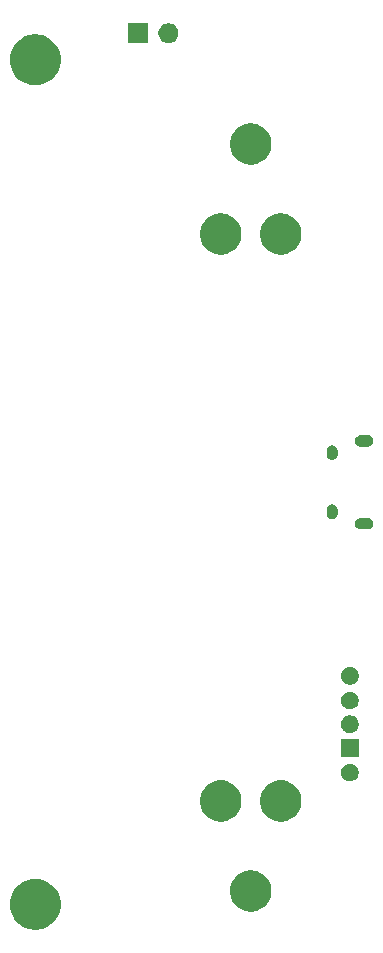
<source format=gbr>
%TF.GenerationSoftware,KiCad,Pcbnew,5.1.6*%
%TF.CreationDate,2020-05-18T18:09:20+02:00*%
%TF.ProjectId,solder-snorter,736f6c64-6572-42d7-936e-6f727465722e,rev?*%
%TF.SameCoordinates,Original*%
%TF.FileFunction,Soldermask,Bot*%
%TF.FilePolarity,Negative*%
%FSLAX46Y46*%
G04 Gerber Fmt 4.6, Leading zero omitted, Abs format (unit mm)*
G04 Created by KiCad (PCBNEW 5.1.6) date 2020-05-18 18:09:20*
%MOMM*%
%LPD*%
G01*
G04 APERTURE LIST*
%ADD10C,0.100000*%
G04 APERTURE END LIST*
D10*
G36*
X137600215Y-149127541D02*
G01*
X137877132Y-149182623D01*
X138268407Y-149344695D01*
X138620545Y-149579986D01*
X138920014Y-149879455D01*
X139155305Y-150231593D01*
X139317377Y-150622868D01*
X139400000Y-151038243D01*
X139400000Y-151461757D01*
X139317377Y-151877132D01*
X139155305Y-152268407D01*
X138920014Y-152620545D01*
X138620545Y-152920014D01*
X138268407Y-153155305D01*
X137877132Y-153317377D01*
X137600215Y-153372459D01*
X137461758Y-153400000D01*
X137038242Y-153400000D01*
X136899785Y-153372459D01*
X136622868Y-153317377D01*
X136231593Y-153155305D01*
X135879455Y-152920014D01*
X135579986Y-152620545D01*
X135344695Y-152268407D01*
X135182623Y-151877132D01*
X135100000Y-151461757D01*
X135100000Y-151038243D01*
X135182623Y-150622868D01*
X135344695Y-150231593D01*
X135579986Y-149879455D01*
X135879455Y-149579986D01*
X136231593Y-149344695D01*
X136622868Y-149182623D01*
X136899785Y-149127541D01*
X137038242Y-149100000D01*
X137461758Y-149100000D01*
X137600215Y-149127541D01*
G37*
G36*
X155785059Y-148392417D02*
G01*
X156010456Y-148437251D01*
X156328936Y-148569170D01*
X156615560Y-148760686D01*
X156859314Y-149004440D01*
X157050830Y-149291064D01*
X157182749Y-149609544D01*
X157182749Y-149609546D01*
X157236438Y-149879456D01*
X157250000Y-149947640D01*
X157250000Y-150292360D01*
X157182749Y-150630456D01*
X157050830Y-150948936D01*
X156859314Y-151235560D01*
X156615560Y-151479314D01*
X156328936Y-151670830D01*
X156010456Y-151802749D01*
X155785059Y-151847583D01*
X155672361Y-151870000D01*
X155327639Y-151870000D01*
X155214941Y-151847583D01*
X154989544Y-151802749D01*
X154671064Y-151670830D01*
X154384440Y-151479314D01*
X154140686Y-151235560D01*
X153949170Y-150948936D01*
X153817251Y-150630456D01*
X153750000Y-150292360D01*
X153750000Y-149947640D01*
X153763563Y-149879456D01*
X153817251Y-149609546D01*
X153817251Y-149609544D01*
X153949170Y-149291064D01*
X154140686Y-149004440D01*
X154384440Y-148760686D01*
X154671064Y-148569170D01*
X154989544Y-148437251D01*
X155214941Y-148392417D01*
X155327639Y-148370000D01*
X155672361Y-148370000D01*
X155785059Y-148392417D01*
G37*
G36*
X158285966Y-140764641D02*
G01*
X158550456Y-140817251D01*
X158868936Y-140949170D01*
X159155560Y-141140686D01*
X159399314Y-141384440D01*
X159590830Y-141671064D01*
X159722749Y-141989544D01*
X159790000Y-142327640D01*
X159790000Y-142672360D01*
X159722749Y-143010456D01*
X159590830Y-143328936D01*
X159399314Y-143615560D01*
X159155560Y-143859314D01*
X158868936Y-144050830D01*
X158550456Y-144182749D01*
X158325059Y-144227583D01*
X158212361Y-144250000D01*
X157867639Y-144250000D01*
X157754941Y-144227583D01*
X157529544Y-144182749D01*
X157211064Y-144050830D01*
X156924440Y-143859314D01*
X156680686Y-143615560D01*
X156489170Y-143328936D01*
X156357251Y-143010456D01*
X156290000Y-142672360D01*
X156290000Y-142327640D01*
X156357251Y-141989544D01*
X156489170Y-141671064D01*
X156680686Y-141384440D01*
X156924440Y-141140686D01*
X157211064Y-140949170D01*
X157529544Y-140817251D01*
X157794034Y-140764641D01*
X157867639Y-140750000D01*
X158212361Y-140750000D01*
X158285966Y-140764641D01*
G37*
G36*
X153205966Y-140764641D02*
G01*
X153470456Y-140817251D01*
X153788936Y-140949170D01*
X154075560Y-141140686D01*
X154319314Y-141384440D01*
X154510830Y-141671064D01*
X154642749Y-141989544D01*
X154710000Y-142327640D01*
X154710000Y-142672360D01*
X154642749Y-143010456D01*
X154510830Y-143328936D01*
X154319314Y-143615560D01*
X154075560Y-143859314D01*
X153788936Y-144050830D01*
X153470456Y-144182749D01*
X153245059Y-144227583D01*
X153132361Y-144250000D01*
X152787639Y-144250000D01*
X152674941Y-144227583D01*
X152449544Y-144182749D01*
X152131064Y-144050830D01*
X151844440Y-143859314D01*
X151600686Y-143615560D01*
X151409170Y-143328936D01*
X151277251Y-143010456D01*
X151210000Y-142672360D01*
X151210000Y-142327640D01*
X151277251Y-141989544D01*
X151409170Y-141671064D01*
X151600686Y-141384440D01*
X151844440Y-141140686D01*
X152131064Y-140949170D01*
X152449544Y-140817251D01*
X152714034Y-140764641D01*
X152787639Y-140750000D01*
X153132361Y-140750000D01*
X153205966Y-140764641D01*
G37*
G36*
X164118765Y-139378821D02*
G01*
X164255257Y-139435358D01*
X164378096Y-139517436D01*
X164482564Y-139621904D01*
X164564642Y-139744743D01*
X164621179Y-139881235D01*
X164650000Y-140026130D01*
X164650000Y-140173870D01*
X164621179Y-140318765D01*
X164564642Y-140455257D01*
X164482564Y-140578096D01*
X164378096Y-140682564D01*
X164255257Y-140764642D01*
X164118765Y-140821179D01*
X163973870Y-140850000D01*
X163826130Y-140850000D01*
X163681235Y-140821179D01*
X163544743Y-140764642D01*
X163421904Y-140682564D01*
X163317436Y-140578096D01*
X163235358Y-140455257D01*
X163178821Y-140318765D01*
X163150000Y-140173870D01*
X163150000Y-140026130D01*
X163178821Y-139881235D01*
X163235358Y-139744743D01*
X163317436Y-139621904D01*
X163421904Y-139517436D01*
X163544743Y-139435358D01*
X163681235Y-139378821D01*
X163826130Y-139350000D01*
X163973870Y-139350000D01*
X164118765Y-139378821D01*
G37*
G36*
X164650000Y-138750000D02*
G01*
X163150000Y-138750000D01*
X163150000Y-137250000D01*
X164650000Y-137250000D01*
X164650000Y-138750000D01*
G37*
G36*
X164118765Y-135278821D02*
G01*
X164255257Y-135335358D01*
X164378096Y-135417436D01*
X164482564Y-135521904D01*
X164564642Y-135644743D01*
X164621179Y-135781235D01*
X164650000Y-135926130D01*
X164650000Y-136073870D01*
X164621179Y-136218765D01*
X164564642Y-136355257D01*
X164482564Y-136478096D01*
X164378096Y-136582564D01*
X164255257Y-136664642D01*
X164118765Y-136721179D01*
X163973870Y-136750000D01*
X163826130Y-136750000D01*
X163681235Y-136721179D01*
X163544743Y-136664642D01*
X163421904Y-136582564D01*
X163317436Y-136478096D01*
X163235358Y-136355257D01*
X163178821Y-136218765D01*
X163150000Y-136073870D01*
X163150000Y-135926130D01*
X163178821Y-135781235D01*
X163235358Y-135644743D01*
X163317436Y-135521904D01*
X163421904Y-135417436D01*
X163544743Y-135335358D01*
X163681235Y-135278821D01*
X163826130Y-135250000D01*
X163973870Y-135250000D01*
X164118765Y-135278821D01*
G37*
G36*
X164118765Y-133278821D02*
G01*
X164255257Y-133335358D01*
X164378096Y-133417436D01*
X164482564Y-133521904D01*
X164564642Y-133644743D01*
X164621179Y-133781235D01*
X164650000Y-133926130D01*
X164650000Y-134073870D01*
X164621179Y-134218765D01*
X164564642Y-134355257D01*
X164482564Y-134478096D01*
X164378096Y-134582564D01*
X164255257Y-134664642D01*
X164118765Y-134721179D01*
X163973870Y-134750000D01*
X163826130Y-134750000D01*
X163681235Y-134721179D01*
X163544743Y-134664642D01*
X163421904Y-134582564D01*
X163317436Y-134478096D01*
X163235358Y-134355257D01*
X163178821Y-134218765D01*
X163150000Y-134073870D01*
X163150000Y-133926130D01*
X163178821Y-133781235D01*
X163235358Y-133644743D01*
X163317436Y-133521904D01*
X163421904Y-133417436D01*
X163544743Y-133335358D01*
X163681235Y-133278821D01*
X163826130Y-133250000D01*
X163973870Y-133250000D01*
X164118765Y-133278821D01*
G37*
G36*
X164118765Y-131178821D02*
G01*
X164255257Y-131235358D01*
X164378096Y-131317436D01*
X164482564Y-131421904D01*
X164564642Y-131544743D01*
X164621179Y-131681235D01*
X164650000Y-131826130D01*
X164650000Y-131973870D01*
X164621179Y-132118765D01*
X164564642Y-132255257D01*
X164482564Y-132378096D01*
X164378096Y-132482564D01*
X164255257Y-132564642D01*
X164118765Y-132621179D01*
X163973870Y-132650000D01*
X163826130Y-132650000D01*
X163681235Y-132621179D01*
X163544743Y-132564642D01*
X163421904Y-132482564D01*
X163317436Y-132378096D01*
X163235358Y-132255257D01*
X163178821Y-132118765D01*
X163150000Y-131973870D01*
X163150000Y-131826130D01*
X163178821Y-131681235D01*
X163235358Y-131544743D01*
X163317436Y-131421904D01*
X163421904Y-131317436D01*
X163544743Y-131235358D01*
X163681235Y-131178821D01*
X163826130Y-131150000D01*
X163973870Y-131150000D01*
X164118765Y-131178821D01*
G37*
G36*
X165472545Y-118509606D02*
G01*
X165566342Y-118538059D01*
X165652785Y-118584264D01*
X165728553Y-118646446D01*
X165790735Y-118722214D01*
X165836940Y-118808657D01*
X165865393Y-118902454D01*
X165875000Y-118999999D01*
X165875000Y-119000001D01*
X165865393Y-119097546D01*
X165836940Y-119191343D01*
X165790735Y-119277786D01*
X165728553Y-119353554D01*
X165652785Y-119415736D01*
X165566342Y-119461941D01*
X165472545Y-119490394D01*
X165375000Y-119500001D01*
X164825000Y-119500001D01*
X164727455Y-119490394D01*
X164633658Y-119461941D01*
X164547215Y-119415736D01*
X164471447Y-119353554D01*
X164409265Y-119277786D01*
X164363060Y-119191343D01*
X164334607Y-119097546D01*
X164325000Y-119000001D01*
X164325000Y-118999999D01*
X164334607Y-118902454D01*
X164363060Y-118808657D01*
X164409265Y-118722214D01*
X164471447Y-118646446D01*
X164547215Y-118584264D01*
X164633658Y-118538059D01*
X164727455Y-118509606D01*
X164825000Y-118499999D01*
X165375000Y-118499999D01*
X165472545Y-118509606D01*
G37*
G36*
X162492669Y-117384127D02*
G01*
X162581776Y-117411157D01*
X162663897Y-117455052D01*
X162735877Y-117514124D01*
X162794949Y-117586104D01*
X162838844Y-117668225D01*
X162865874Y-117757332D01*
X162875001Y-117850000D01*
X162875001Y-118150000D01*
X162865874Y-118242668D01*
X162838844Y-118331775D01*
X162794949Y-118413896D01*
X162735877Y-118485876D01*
X162663897Y-118544948D01*
X162581776Y-118588843D01*
X162492669Y-118615873D01*
X162400001Y-118625000D01*
X162399999Y-118625000D01*
X162307331Y-118615873D01*
X162218224Y-118588843D01*
X162136103Y-118544948D01*
X162064123Y-118485876D01*
X162005051Y-118413896D01*
X161961156Y-118331775D01*
X161934126Y-118242668D01*
X161924999Y-118150000D01*
X161924999Y-117850000D01*
X161934126Y-117757332D01*
X161961156Y-117668225D01*
X162005051Y-117586104D01*
X162064123Y-117514124D01*
X162136103Y-117455052D01*
X162218224Y-117411157D01*
X162307331Y-117384127D01*
X162399999Y-117375000D01*
X162400001Y-117375000D01*
X162492669Y-117384127D01*
G37*
G36*
X162492669Y-112384127D02*
G01*
X162581776Y-112411157D01*
X162663897Y-112455052D01*
X162735877Y-112514124D01*
X162794949Y-112586104D01*
X162838844Y-112668225D01*
X162865874Y-112757332D01*
X162875001Y-112850000D01*
X162875001Y-113150000D01*
X162865874Y-113242668D01*
X162838844Y-113331775D01*
X162794949Y-113413896D01*
X162735877Y-113485876D01*
X162663897Y-113544948D01*
X162581776Y-113588843D01*
X162492669Y-113615873D01*
X162400001Y-113625000D01*
X162399999Y-113625000D01*
X162307331Y-113615873D01*
X162218224Y-113588843D01*
X162136103Y-113544948D01*
X162064123Y-113485876D01*
X162005051Y-113413896D01*
X161961156Y-113331775D01*
X161934126Y-113242668D01*
X161924999Y-113150000D01*
X161924999Y-112850000D01*
X161934126Y-112757332D01*
X161961156Y-112668225D01*
X162005051Y-112586104D01*
X162064123Y-112514124D01*
X162136103Y-112455052D01*
X162218224Y-112411157D01*
X162307331Y-112384127D01*
X162399999Y-112375000D01*
X162400001Y-112375000D01*
X162492669Y-112384127D01*
G37*
G36*
X165472545Y-111509606D02*
G01*
X165566342Y-111538059D01*
X165652785Y-111584264D01*
X165728553Y-111646446D01*
X165790735Y-111722214D01*
X165836940Y-111808657D01*
X165865393Y-111902454D01*
X165875000Y-111999999D01*
X165875000Y-112000001D01*
X165865393Y-112097546D01*
X165836940Y-112191343D01*
X165790735Y-112277786D01*
X165728553Y-112353554D01*
X165652785Y-112415736D01*
X165566342Y-112461941D01*
X165472545Y-112490394D01*
X165375000Y-112500001D01*
X164825000Y-112500001D01*
X164727455Y-112490394D01*
X164633658Y-112461941D01*
X164547215Y-112415736D01*
X164471447Y-112353554D01*
X164409265Y-112277786D01*
X164363060Y-112191343D01*
X164334607Y-112097546D01*
X164325000Y-112000001D01*
X164325000Y-111999999D01*
X164334607Y-111902454D01*
X164363060Y-111808657D01*
X164409265Y-111722214D01*
X164471447Y-111646446D01*
X164547215Y-111584264D01*
X164633658Y-111538059D01*
X164727455Y-111509606D01*
X164825000Y-111499999D01*
X165375000Y-111499999D01*
X165472545Y-111509606D01*
G37*
G36*
X153245059Y-92772417D02*
G01*
X153470456Y-92817251D01*
X153788936Y-92949170D01*
X154075560Y-93140686D01*
X154319314Y-93384440D01*
X154510830Y-93671064D01*
X154642749Y-93989544D01*
X154710000Y-94327640D01*
X154710000Y-94672360D01*
X154642749Y-95010456D01*
X154510830Y-95328936D01*
X154319314Y-95615560D01*
X154075560Y-95859314D01*
X153788936Y-96050830D01*
X153470456Y-96182749D01*
X153245059Y-96227583D01*
X153132361Y-96250000D01*
X152787639Y-96250000D01*
X152674941Y-96227583D01*
X152449544Y-96182749D01*
X152131064Y-96050830D01*
X151844440Y-95859314D01*
X151600686Y-95615560D01*
X151409170Y-95328936D01*
X151277251Y-95010456D01*
X151210000Y-94672360D01*
X151210000Y-94327640D01*
X151277251Y-93989544D01*
X151409170Y-93671064D01*
X151600686Y-93384440D01*
X151844440Y-93140686D01*
X152131064Y-92949170D01*
X152449544Y-92817251D01*
X152674941Y-92772417D01*
X152787639Y-92750000D01*
X153132361Y-92750000D01*
X153245059Y-92772417D01*
G37*
G36*
X158325059Y-92772417D02*
G01*
X158550456Y-92817251D01*
X158868936Y-92949170D01*
X159155560Y-93140686D01*
X159399314Y-93384440D01*
X159590830Y-93671064D01*
X159722749Y-93989544D01*
X159790000Y-94327640D01*
X159790000Y-94672360D01*
X159722749Y-95010456D01*
X159590830Y-95328936D01*
X159399314Y-95615560D01*
X159155560Y-95859314D01*
X158868936Y-96050830D01*
X158550456Y-96182749D01*
X158325059Y-96227583D01*
X158212361Y-96250000D01*
X157867639Y-96250000D01*
X157754941Y-96227583D01*
X157529544Y-96182749D01*
X157211064Y-96050830D01*
X156924440Y-95859314D01*
X156680686Y-95615560D01*
X156489170Y-95328936D01*
X156357251Y-95010456D01*
X156290000Y-94672360D01*
X156290000Y-94327640D01*
X156357251Y-93989544D01*
X156489170Y-93671064D01*
X156680686Y-93384440D01*
X156924440Y-93140686D01*
X157211064Y-92949170D01*
X157529544Y-92817251D01*
X157754941Y-92772417D01*
X157867639Y-92750000D01*
X158212361Y-92750000D01*
X158325059Y-92772417D01*
G37*
G36*
X155785059Y-85152417D02*
G01*
X156010456Y-85197251D01*
X156328936Y-85329170D01*
X156615560Y-85520686D01*
X156859314Y-85764440D01*
X157050830Y-86051064D01*
X157182749Y-86369544D01*
X157250000Y-86707640D01*
X157250000Y-87052360D01*
X157182749Y-87390456D01*
X157050830Y-87708936D01*
X156859314Y-87995560D01*
X156615560Y-88239314D01*
X156328936Y-88430830D01*
X156010456Y-88562749D01*
X155785059Y-88607583D01*
X155672361Y-88630000D01*
X155327639Y-88630000D01*
X155214941Y-88607583D01*
X154989544Y-88562749D01*
X154671064Y-88430830D01*
X154384440Y-88239314D01*
X154140686Y-87995560D01*
X153949170Y-87708936D01*
X153817251Y-87390456D01*
X153750000Y-87052360D01*
X153750000Y-86707640D01*
X153817251Y-86369544D01*
X153949170Y-86051064D01*
X154140686Y-85764440D01*
X154384440Y-85520686D01*
X154671064Y-85329170D01*
X154989544Y-85197251D01*
X155214941Y-85152417D01*
X155327639Y-85130000D01*
X155672361Y-85130000D01*
X155785059Y-85152417D01*
G37*
G36*
X137600215Y-77627541D02*
G01*
X137877132Y-77682623D01*
X138268407Y-77844695D01*
X138355105Y-77902625D01*
X138563462Y-78041844D01*
X138620545Y-78079986D01*
X138920014Y-78379455D01*
X139155305Y-78731593D01*
X139317377Y-79122868D01*
X139400000Y-79538243D01*
X139400000Y-79961757D01*
X139317377Y-80377132D01*
X139155305Y-80768407D01*
X138920014Y-81120545D01*
X138620545Y-81420014D01*
X138268407Y-81655305D01*
X137877132Y-81817377D01*
X137600215Y-81872459D01*
X137461758Y-81900000D01*
X137038242Y-81900000D01*
X136899785Y-81872459D01*
X136622868Y-81817377D01*
X136231593Y-81655305D01*
X135879455Y-81420014D01*
X135579986Y-81120545D01*
X135344695Y-80768407D01*
X135182623Y-80377132D01*
X135100000Y-79961757D01*
X135100000Y-79538243D01*
X135182623Y-79122868D01*
X135344695Y-78731593D01*
X135579986Y-78379455D01*
X135879455Y-78079986D01*
X135936539Y-78041844D01*
X136144895Y-77902625D01*
X136231593Y-77844695D01*
X136622868Y-77682623D01*
X136899785Y-77627541D01*
X137038242Y-77600000D01*
X137461758Y-77600000D01*
X137600215Y-77627541D01*
G37*
G36*
X146850000Y-78350000D02*
G01*
X145150000Y-78350000D01*
X145150000Y-76650000D01*
X146850000Y-76650000D01*
X146850000Y-78350000D01*
G37*
G36*
X148787934Y-76682664D02*
G01*
X148942625Y-76746739D01*
X148942626Y-76746740D01*
X149081844Y-76839762D01*
X149200238Y-76958156D01*
X149200239Y-76958158D01*
X149293261Y-77097375D01*
X149357336Y-77252066D01*
X149390000Y-77416281D01*
X149390000Y-77583719D01*
X149357336Y-77747934D01*
X149293261Y-77902625D01*
X149293260Y-77902626D01*
X149200238Y-78041844D01*
X149081844Y-78160238D01*
X149011762Y-78207065D01*
X148942625Y-78253261D01*
X148787934Y-78317336D01*
X148623719Y-78350000D01*
X148456281Y-78350000D01*
X148292066Y-78317336D01*
X148137375Y-78253261D01*
X148068238Y-78207065D01*
X147998156Y-78160238D01*
X147879762Y-78041844D01*
X147786740Y-77902626D01*
X147786739Y-77902625D01*
X147722664Y-77747934D01*
X147690000Y-77583719D01*
X147690000Y-77416281D01*
X147722664Y-77252066D01*
X147786739Y-77097375D01*
X147879761Y-76958158D01*
X147879762Y-76958156D01*
X147998156Y-76839762D01*
X148137374Y-76746740D01*
X148137375Y-76746739D01*
X148292066Y-76682664D01*
X148456281Y-76650000D01*
X148623719Y-76650000D01*
X148787934Y-76682664D01*
G37*
M02*

</source>
